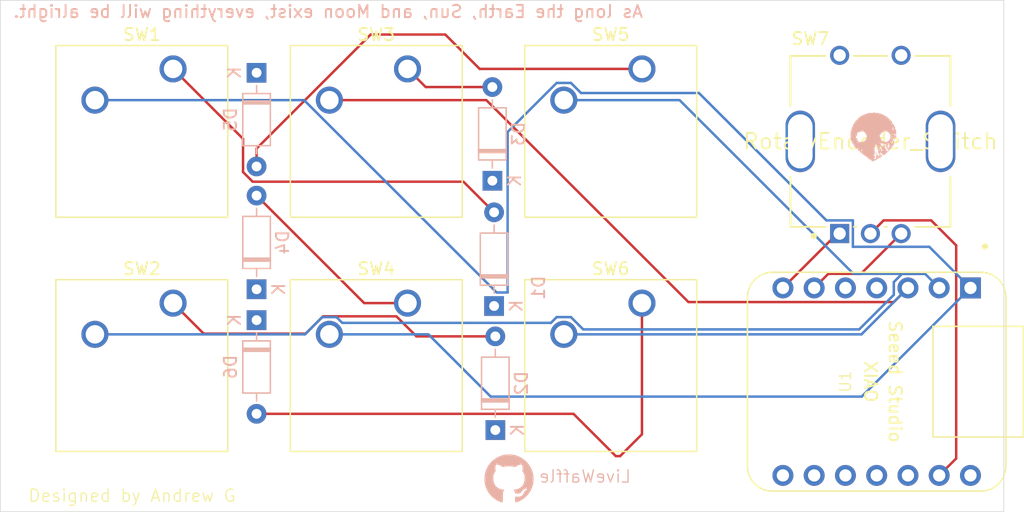
<source format=kicad_pcb>
(kicad_pcb (version 20240108) (generator "pcbnew") (generator_version "8.0")
  (layers (0 "F.Cu" signal) (31 "B.Cu" signal) (34 "B.Paste" user) (35 "F.Paste" user) (36 "B.SilkS" user "B.Silkscreen") (37 "F.SilkS" user "F.Silkscreen") (38 "B.Mask" user) (39 "F.Mask" user) (44 "Edge.Cuts" user))
  (net 0 "")
  (net 1 "Row 1")
  (net 2 "Net-(D1-A)")
  (net 3 "Net-(D2-A)")
  (net 4 "Net-(D3-A)")
  (net 5 "Net-(D4-A)")
  (net 6 "Row 2")
  (net 7 "Net-(D5-A)")
  (net 8 "Net-(D6-A)")
  (net 9 "Column 1")
  (net 10 "Column 2")
  (net 11 "Column 3")
  (net 12 "Net-(SW7-PadC)")
  (net 13 "Net-(U1-PA9_A5_D5_SCL)")
  (net 14 "Net-(U1-PB08_A6_D6_TX)")
  (footprint "Button_Switch_Keyboard:SW_Cherry_MX_1.00u_PCB" (layer "F.Cu") (at 133.23 65.58)
    (property "Reference" "SW1" (at -2.54 -2.794 0) (layer "F.SilkS"))
    (property "Value" "SW_Push")
    (pad "" np_thru_hole circle (at -7.62 5.08) (size 1.7 1.7) (drill 1.7) (layers "*.Cu" "*.Mask"))
    (pad "" np_thru_hole circle (at -2.54 5.08) (size 4 4) (drill 4) (layers "*.Cu" "*.Mask"))
    (pad "" np_thru_hole circle (at 2.54 5.08) (size 1.7 1.7) (drill 1.7) (layers "*.Cu" "*.Mask"))
    (pad "1" thru_hole circle (at 0 0) (size 2.2 2.2) (drill 1.5) (layers "*.Cu" "*.Mask") (net 2 "Net-(D1-A)"))
    (pad "2" thru_hole circle (at -6.35 2.54) (size 2.2 2.2) (drill 1.5) (layers "*.Cu" "*.Mask") (net 9 "Column 1"))
  )
  (footprint "Button_Switch_Keyboard:SW_Cherry_MX_1.00u_PCB" (layer "F.Cu") (at 171.33 84.63)
    (property "Reference" "SW6" (at -2.54 -2.794 0) (layer "F.SilkS"))
    (property "Value" "SW_Push")
    (pad "" np_thru_hole circle (at -7.62 5.08) (size 1.7 1.7) (drill 1.7) (layers "*.Cu" "*.Mask"))
    (pad "" np_thru_hole circle (at -2.54 5.08) (size 4 4) (drill 4) (layers "*.Cu" "*.Mask"))
    (pad "" np_thru_hole circle (at 2.54 5.08) (size 1.7 1.7) (drill 1.7) (layers "*.Cu" "*.Mask"))
    (pad "1" thru_hole circle (at 0 0) (size 2.2 2.2) (drill 1.5) (layers "*.Cu" "*.Mask") (net 8 "Net-(D6-A)"))
    (pad "2" thru_hole circle (at -6.35 2.54) (size 2.2 2.2) (drill 1.5) (layers "*.Cu" "*.Mask") (net 11 "Column 3"))
  )
  (footprint "Button_Switch_Keyboard:SW_Cherry_MX_1.00u_PCB" (layer "F.Cu") (at 152.28 65.58)
    (property "Reference" "SW3" (at -2.54 -2.794 0) (layer "F.SilkS"))
    (property "Value" "SW_Push")
    (pad "" np_thru_hole circle (at -7.62 5.08) (size 1.7 1.7) (drill 1.7) (layers "*.Cu" "*.Mask"))
    (pad "" np_thru_hole circle (at -2.54 5.08) (size 4 4) (drill 4) (layers "*.Cu" "*.Mask"))
    (pad "" np_thru_hole circle (at 2.54 5.08) (size 1.7 1.7) (drill 1.7) (layers "*.Cu" "*.Mask"))
    (pad "1" thru_hole circle (at 0 0) (size 2.2 2.2) (drill 1.5) (layers "*.Cu" "*.Mask") (net 4 "Net-(D3-A)"))
    (pad "2" thru_hole circle (at -6.35 2.54) (size 2.2 2.2) (drill 1.5) (layers "*.Cu" "*.Mask") (net 11 "Column 3"))
  )
  (footprint "Seeed Studio XIAO Series Library:XIAO-Generic-Thruhole-14P-2.54-21X17.8MM" (layer "F.Cu") (at 190.405 91.02 -90)
    (property "Reference" "U1" (at 0 2.54 90) (layer "F.SilkS") (effects (font (size 0.889 0.889) (thickness 0.1016))))
    (property "Value" "Seeed Studio XIAO SAMD21" (hide yes))
    (fp_text user "XIAO" (at 0 0.5 -90) (layer "F.SilkS"))
    (fp_text user "Seeed Studio" (at 0 -1.5 -90) (layer "F.SilkS"))
    (pad "1" thru_hole rect (at -7.625 -7.62 270) (size 1.7 1.7) (drill 1) (layers "*.Cu" "*.Mask") (net 9 "Column 1"))
    (pad "2" thru_hole circle (at -7.625 -5.08 270) (size 1.7 1.7) (drill 1) (layers "*.Cu" "*.Mask") (net 10 "Column 2"))
    (pad "3" thru_hole circle (at -7.625 -2.54 270) (size 1.7 1.7) (drill 1) (layers "*.Cu" "*.Mask") (net 11 "Column 3"))
    (pad "4" thru_hole circle (at -7.625 0 270) (size 1.7 1.7) (drill 1) (layers "*.Cu" "*.Mask") (net 1 "Row 1"))
    (pad "5" thru_hole circle (at -7.625 2.54 270) (size 1.7 1.7) (drill 1) (layers "*.Cu" "*.Mask") (net 6 "Row 2"))
    (pad "6" thru_hole circle (at -7.625 5.08 90) (size 1.7 1.7) (drill 1) (layers "*.Cu" "*.Mask") (net 13 "Net-(U1-PA9_A5_D5_SCL)"))
    (pad "7" thru_hole circle (at -7.625 7.62 270) (size 1.7 1.7) (drill 1) (layers "*.Cu" "*.Mask") (net 14 "Net-(U1-PB08_A6_D6_TX)"))
    (pad "8" thru_hole circle (at 7.625 7.62 270) (size 1.7 1.7) (drill 1) (layers "*.Cu" "*.Mask"))
    (pad "9" thru_hole circle (at 7.625 5.08 270) (size 1.7 1.7) (drill 1) (layers "*.Cu" "*.Mask"))
    (pad "10" thru_hole circle (at 7.625 2.54 270) (size 1.7 1.7) (drill 1) (layers "*.Cu" "*.Mask"))
    (pad "11" thru_hole circle (at 7.625 0 270) (size 1.7 1.7) (drill 1) (layers "*.Cu" "*.Mask"))
    (pad "12" thru_hole circle (at 7.625 -2.54 270) (size 1.7 1.7) (drill 1) (layers "*.Cu" "*.Mask"))
    (pad "13" thru_hole circle (at 7.625 -5.08 270) (size 1.7 1.7) (drill 1) (layers "*.Cu" "*.Mask") (net 12 "Net-(SW7-PadC)"))
    (pad "14" thru_hole circle (at 7.625 -7.62 270) (size 1.7 1.7) (drill 1) (layers "*.Cu" "*.Mask"))
  )
  (footprint "Button_Switch_Keyboard:SW_Cherry_MX_1.00u_PCB" (layer "F.Cu") (at 133.23 84.63)
    (property "Reference" "SW2" (at -2.54 -2.794 0) (layer "F.SilkS"))
    (property "Value" "SW_Push")
    (pad "" np_thru_hole circle (at -7.62 5.08) (size 1.7 1.7) (drill 1.7) (layers "*.Cu" "*.Mask"))
    (pad "" np_thru_hole circle (at -2.54 5.08) (size 4 4) (drill 4) (layers "*.Cu" "*.Mask"))
    (pad "" np_thru_hole circle (at 2.54 5.08) (size 1.7 1.7) (drill 1.7) (layers "*.Cu" "*.Mask"))
    (pad "1" thru_hole circle (at 0 0) (size 2.2 2.2) (drill 1.5) (layers "*.Cu" "*.Mask") (net 3 "Net-(D2-A)"))
    (pad "2" thru_hole circle (at -6.35 2.54) (size 2.2 2.2) (drill 1.5) (layers "*.Cu" "*.Mask") (net 10 "Column 2"))
  )
  (footprint "Rotary_Encoder:Bourns-PEC11R-4220F-S0024-0-0-0" (layer "F.Cu") (at 189.895 71.475)
    (property "Reference" "SW7" (at -6.5 -8.35 0) (layer "F.SilkS") (effects (justify left)))
    (property "Value" "RotaryEncoder_Switch" (at 0 0 0) (layer "F.SilkS") (effects (font (size 1.27 1.27))))
    (pad "1" thru_hole circle (at -2.5 -7) (size 1.55 1.55) (drill 1) (layers "*.Cu" "*.Mask"))
    (pad "2" thru_hole circle (at 2.5 -7) (size 1.55 1.55) (drill 1) (layers "*.Cu" "*.Mask"))
    (pad "3" thru_hole roundrect (at -5.7 0) (size 2.4 5) (drill oval 2 4.4) (layers "*.Cu" "*.Mask") (roundrect_rratio 0.5))
    (pad "4" thru_hole roundrect (at 5.7 0) (size 2.4 5) (drill oval 2 4.4) (layers "*.Cu" "*.Mask") (roundrect_rratio 0.5))
    (pad "A" thru_hole rect (at -2.5 7.5) (size 1.55 1.55) (drill 1) (layers "*.Cu" "*.Mask") (net 14 "Net-(U1-PB08_A6_D6_TX)"))
    (pad "B" thru_hole circle (at 2.5 7.5) (size 1.55 1.55) (drill 1) (layers "*.Cu" "*.Mask") (net 13 "Net-(U1-PA9_A5_D5_SCL)"))
    (pad "C" thru_hole circle (at 0 7.5) (size 1.55 1.55) (drill 1) (layers "*.Cu" "*.Mask") (net 12 "Net-(SW7-PadC)"))
  )
  (footprint "Button_Switch_Keyboard:SW_Cherry_MX_1.00u_PCB" (layer "F.Cu") (at 171.33 65.58)
    (property "Reference" "SW5" (at -2.54 -2.794 0) (layer "F.SilkS"))
    (property "Value" "SW_Push")
    (pad "" np_thru_hole circle (at -7.62 5.08) (size 1.7 1.7) (drill 1.7) (layers "*.Cu" "*.Mask"))
    (pad "" np_thru_hole circle (at -2.54 5.08) (size 4 4) (drill 4) (layers "*.Cu" "*.Mask"))
    (pad "" np_thru_hole circle (at 2.54 5.08) (size 1.7 1.7) (drill 1.7) (layers "*.Cu" "*.Mask"))
    (pad "1" thru_hole circle (at 0 0) (size 2.2 2.2) (drill 1.5) (layers "*.Cu" "*.Mask") (net 7 "Net-(D5-A)"))
    (pad "2" thru_hole circle (at -6.35 2.54) (size 2.2 2.2) (drill 1.5) (layers "*.Cu" "*.Mask") (net 10 "Column 2"))
  )
  (footprint "Button_Switch_Keyboard:SW_Cherry_MX_1.00u_PCB" (layer "F.Cu") (at 152.28 84.63)
    (property "Reference" "SW4" (at -2.54 -2.794 0) (layer "F.SilkS"))
    (property "Value" "SW_Push")
    (pad "" np_thru_hole circle (at -7.62 5.08) (size 1.7 1.7) (drill 1.7) (layers "*.Cu" "*.Mask"))
    (pad "" np_thru_hole circle (at -2.54 5.08) (size 4 4) (drill 4) (layers "*.Cu" "*.Mask"))
    (pad "" np_thru_hole circle (at 2.54 5.08) (size 1.7 1.7) (drill 1.7) (layers "*.Cu" "*.Mask"))
    (pad "1" thru_hole circle (at 0 0) (size 2.2 2.2) (drill 1.5) (layers "*.Cu" "*.Mask") (net 5 "Net-(D4-A)"))
    (pad "2" thru_hole circle (at -6.35 2.54) (size 2.2 2.2) (drill 1.5) (layers "*.Cu" "*.Mask") (net 9 "Column 1"))
  )
  (footprint "Diode_THT:D_DO-35_SOD27_P7.62mm_Horizontal" (layer "B.Cu") (at 159.175 74.675 90)
    (property "Reference" "D3" (at 3.81 2.12 90) (layer "B.SilkS") (effects (justify mirror)))
    (property "Value" "1N4148")
    (fp_text user "K" (at 0 1.8 90) (layer "B.SilkS") (effects (justify mirror)))
    (pad "1" thru_hole rect (at 0 0 90) (size 1.6 1.6) (drill 0.8) (layers "*.Cu" "*.Mask") (net 1 "Row 1"))
    (pad "2" thru_hole oval (at 7.62 0 90) (size 1.6 1.6) (drill 0.8) (layers "*.Cu" "*.Mask") (net 4 "Net-(D3-A)"))
  )
  (footprint "DecalFoot:GithubSmall" (layer "B.Cu") (at 160.525 98.885 180)
    (property "Reference" "G***" (hide yes))
    (property "Value" "LOGO" (hide yes))
  )
  (footprint "Diode_THT:D_DO-35_SOD27_P7.62mm_Horizontal" (layer "B.Cu") (at 159.415 94.955 90)
    (property "Reference" "D2" (at 3.81 2.12 90) (layer "B.SilkS") (effects (justify mirror)))
    (property "Value" "1N4148")
    (fp_text user "K" (at 0 1.8 90) (layer "B.SilkS") (effects (justify mirror)))
    (pad "1" thru_hole rect (at 0 0 90) (size 1.6 1.6) (drill 0.8) (layers "*.Cu" "*.Mask") (net 1 "Row 1"))
    (pad "2" thru_hole oval (at 7.62 0 90) (size 1.6 1.6) (drill 0.8) (layers "*.Cu" "*.Mask") (net 3 "Net-(D2-A)"))
  )
  (footprint "hp:Sachh" (layer "B.Cu") (at 190.165 71.135 180)
    (property "Reference" "G***" (hide yes))
    (property "Value" "LOGO" (hide yes))
  )
  (footprint "Diode_THT:D_DO-35_SOD27_P7.62mm_Horizontal" (layer "B.Cu") (at 140.015 86.015 -90)
    (property "Reference" "D6" (at 3.81 2.12 90) (layer "B.SilkS") (effects (justify mirror)))
    (property "Value" "1N4148")
    (fp_text user "K" (at 0 1.8 90) (layer "B.SilkS") (effects (justify mirror)))
    (pad "1" thru_hole rect (at 0 0 270) (size 1.6 1.6) (drill 0.8) (layers "*.Cu" "*.Mask") (net 6 "Row 2"))
    (pad "2" thru_hole oval (at 7.62 0 270) (size 1.6 1.6) (drill 0.8) (layers "*.Cu" "*.Mask") (net 8 "Net-(D6-A)"))
  )
  (footprint "Diode_THT:D_DO-35_SOD27_P7.62mm_Horizontal" (layer "B.Cu") (at 159.315 84.865 90)
    (property "Reference" "D1" (at 1.485 3.61 90) (layer "B.SilkS") (effects (justify mirror)))
    (property "Value" "1N4148")
    (fp_text user "K" (at 0 1.8 90) (layer "B.SilkS") (effects (justify mirror)))
    (pad "1" thru_hole rect (at 0 0 90) (size 1.6 1.6) (drill 0.8) (layers "*.Cu" "*.Mask") (net 1 "Row 1"))
    (pad "2" thru_hole oval (at 7.62 0 90) (size 1.6 1.6) (drill 0.8) (layers "*.Cu" "*.Mask") (net 2 "Net-(D1-A)"))
  )
  (footprint "Diode_THT:D_DO-35_SOD27_P7.62mm_Horizontal" (layer "B.Cu") (at 140.015 83.505 90)
    (property "Reference" "D4" (at 3.81 2.12 90) (layer "B.SilkS") (effects (justify mirror)))
    (property "Value" "1N4148")
    (fp_text user "K" (at 0 1.8 90) (layer "B.SilkS") (effects (justify mirror)))
    (pad "1" thru_hole rect (at 0 0 90) (size 1.6 1.6) (drill 0.8) (layers "*.Cu" "*.Mask") (net 6 "Row 2"))
    (pad "2" thru_hole oval (at 7.62 0 90) (size 1.6 1.6) (drill 0.8) (layers "*.Cu" "*.Mask") (net 5 "Net-(D4-A)"))
  )
  (footprint "Diode_THT:D_DO-35_SOD27_P7.62mm_Horizontal" (layer "B.Cu") (at 140.015 65.895 -90)
    (property "Reference" "D5" (at 3.81 2.12 90) (layer "B.SilkS") (effects (justify mirror)))
    (property "Value" "1N4148")
    (fp_text user "K" (at 0 1.8 90) (layer "B.SilkS") (effects (justify mirror)))
    (pad "1" thru_hole rect (at 0 0 270) (size 1.6 1.6) (drill 0.8) (layers "*.Cu" "*.Mask") (net 6 "Row 2"))
    (pad "2" thru_hole oval (at 7.62 0 270) (size 1.6 1.6) (drill 0.8) (layers "*.Cu" "*.Mask") (net 7 "Net-(D5-A)"))
  )
  (gr_rect (start 119.19 60) (end 200.735 101.585) (stroke (width 0.05)) (fill none) (layer "Edge.Cuts"))
  (gr_text "LiveWaffle" (at 170.505 99.315 0) (layer "B.SilkS") (effects (font (size 1 1) (thickness 0.1)) (justify left bottom mirror)))
  (gr_text "As long the Earth, Sun, and Moon exist, everything will be alright." (at 171.5 61.5 -0) (layer "B.SilkS") (effects (font (size 1 1)) (justify left bottom mirror)))
  (gr_text "Designed by Andrew G" (at 121.405 100.875 0) (layer "F.SilkS") (effects (font (size 1 1) (thickness 0.1)) (justify left bottom)))
  (segment (start 139.699365 74.755) (end 156.825 74.755) (width 0.2) (layer "F.Cu") (net 2))
  (segment (start 138.915 73.970635) (end 139.699365 74.755) (width 0.2) (layer "F.Cu") (net 2))
  (segment (start 156.825 74.755) (end 159.315 77.245) (width 0.2) (layer "F.Cu") (net 2))
  (segment (start 133.23 65.58) (end 138.915 71.265) (width 0.2) (layer "F.Cu") (net 2))
  (segment (start 138.915 71.265) (end 138.915 73.970635) (width 0.2) (layer "F.Cu") (net 2))
  (segment (start 151.375051 85.70495) (end 153.005101 87.335) (width 0.2) (layer "F.Cu") (net 3))
  (segment (start 133.23 84.63) (end 135.715 87.115) (width 0.2) (layer "F.Cu") (net 3))
  (segment (start 144.005101 87.115) (end 145.415151 85.70495) (width 0.2) (layer "F.Cu") (net 3))
  (segment (start 145.415151 85.70495) (end 151.375051 85.70495) (width 0.2) (layer "F.Cu") (net 3))
  (segment (start 153.005101 87.335) (end 159.415 87.335) (width 0.2) (layer "F.Cu") (net 3))
  (segment (start 135.715 87.115) (end 144.005101 87.115) (width 0.2) (layer "F.Cu") (net 3))
  (segment (start 153.755 67.055) (end 159.175 67.055) (width 0.2) (layer "F.Cu") (net 4))
  (segment (start 152.28 65.58) (end 153.755 67.055) (width 0.2) (layer "F.Cu") (net 4))
  (segment (start 148.76 84.63) (end 140.015 75.885) (width 0.2) (layer "F.Cu") (net 5))
  (segment (start 152.28 84.63) (end 148.76 84.63) (width 0.2) (layer "F.Cu") (net 5))
  (segment (start 171.33 65.58) (end 158.143402 65.58) (width 0.2) (layer "F.Cu") (net 7))
  (segment (start 140.015 72.055101) (end 140.015 73.515) (width 0.2) (layer "F.Cu") (net 7))
  (segment (start 155.348402 62.785) (end 149.285101 62.785) (width 0.2) (layer "F.Cu") (net 7))
  (segment (start 158.143402 65.58) (end 155.348402 62.785) (width 0.2) (layer "F.Cu") (net 7))
  (segment (start 149.285101 62.785) (end 140.015 72.055101) (width 0.2) (layer "F.Cu") (net 7))
  (segment (start 171.33 95.3) (end 169.555 97.075) (width 0.2) (layer "F.Cu") (net 8))
  (segment (start 169.555 97.075) (end 169.205 97.075) (width 0.2) (layer "F.Cu") (net 8))
  (segment (start 169.205 97.075) (end 165.765 93.635) (width 0.2) (layer "F.Cu") (net 8))
  (segment (start 171.33 84.63) (end 171.33 95.3) (width 0.2) (layer "F.Cu") (net 8))
  (segment (start 165.765 93.635) (end 140.015 93.635) (width 0.2) (layer "F.Cu") (net 8))
  (segment (start 159.042056 92.235) (end 189.185 92.235) (width 0.2) (layer "B.Cu") (net 9))
  (segment (start 189.185 92.235) (end 198.025 83.395) (width 0.2) (layer "B.Cu") (net 9))
  (segment (start 186.32 77.9) (end 188.47 77.9) (width 0.2) (layer "B.Cu") (net 9))
  (segment (start 153.977056 87.17) (end 159.042056 92.235) (width 0.2) (layer "B.Cu") (net 9))
  (segment (start 143.876598 68.12) (end 159.521598 83.765) (width 0.2) (layer "B.Cu") (net 9))
  (segment (start 160.415 83.765) (end 160.415 70.705101) (width 0.2) (layer "B.Cu") (net 9))
  (segment (start 188.47 80.05) (end 194.68 80.05) (width 0.2) (layer "B.Cu") (net 9))
  (segment (start 188.47 77.9) (end 188.47 80.05) (width 0.2) (layer "B.Cu") (net 9))
  (segment (start 194.68 80.05) (end 198.025 83.395) (width 0.2) (layer "B.Cu") (net 9))
  (segment (start 159.521598 83.765) (end 160.415 83.765) (width 0.2) (layer "B.Cu") (net 9))
  (segment (start 165.559899 66.72) (end 166.38 67.540101) (width 0.2) (layer "B.Cu") (net 9))
  (segment (start 164.400101 66.72) (end 165.559899 66.72) (width 0.2) (layer "B.Cu") (net 9))
  (segment (start 145.93 87.17) (end 153.977056 87.17) (width 0.2) (layer "B.Cu") (net 9))
  (segment (start 126.88 68.12) (end 143.876598 68.12) (width 0.2) (layer "B.Cu") (net 9))
  (segment (start 166.38 67.540101) (end 175.960101 67.540101) (width 0.2) (layer "B.Cu") (net 9))
  (segment (start 175.960101 67.540101) (end 186.32 77.9) (width 0.2) (layer "B.Cu") (net 9))
  (segment (start 160.415 70.705101) (end 164.400101 66.72) (width 0.2) (layer "B.Cu") (net 9))
  (segment (start 188.98 86.77) (end 191.795 83.955) (width 0.2) (layer "B.Cu") (net 10))
  (segment (start 192.468654 82.245) (end 194.335 82.245) (width 0.2) (layer "B.Cu") (net 10))
  (segment (start 164.400101 85.77) (end 165.559899 85.77) (width 0.2) (layer "B.Cu") (net 10))
  (segment (start 164.98 68.12) (end 174.39 68.12) (width 0.2) (layer "B.Cu") (net 10))
  (segment (start 188.515 82.245) (end 194.335 82.245) (width 0.2) (layer "B.Cu") (net 10))
  (segment (start 174.39 68.12) (end 188.515 82.245) (width 0.2) (layer "B.Cu") (net 10))
  (segment (start 165.559899 85.77) (end 166.559899 86.77) (width 0.2) (layer "B.Cu") (net 10))
  (segment (start 194.335 82.245) (end 195.485 83.395) (width 0.2) (layer "B.Cu") (net 10))
  (segment (start 145.350101 85.77) (end 146.509899 85.77) (width 0.2) (layer "B.Cu") (net 10))
  (segment (start 143.950101 87.17) (end 145.350101 85.77) (width 0.2) (layer "B.Cu") (net 10))
  (segment (start 146.509899 85.77) (end 146.974899 86.235) (width 0.2) (layer "B.Cu") (net 10))
  (segment (start 191.795 82.918654) (end 192.468654 82.245) (width 0.2) (layer "B.Cu") (net 10))
  (segment (start 126.88 87.17) (end 143.950101 87.17) (width 0.2) (layer "B.Cu") (net 10))
  (segment (start 146.974899 86.235) (end 163.935101 86.235) (width 0.2) (layer "B.Cu") (net 10))
  (segment (start 191.795 83.955) (end 191.795 82.918654) (width 0.2) (layer "B.Cu") (net 10))
  (segment (start 163.935101 86.235) (end 164.400101 85.77) (width 0.2) (layer "B.Cu") (net 10))
  (segment (start 166.559899 86.77) (end 188.98 86.77) (width 0.2) (layer "B.Cu") (net 10))
  (segment (start 145.93 68.12) (end 158.684365 68.12) (width 0.2) (layer "F.Cu") (net 11))
  (segment (start 175.109365 84.545) (end 191.795 84.545) (width 0.2) (layer "F.Cu") (net 11))
  (segment (start 191.795 84.545) (end 192.945 83.395) (width 0.2) (layer "F.Cu") (net 11))
  (segment (start 158.684365 68.12) (end 175.109365 84.545) (width 0.2) (layer "F.Cu") (net 11))
  (segment (start 189.17 87.17) (end 192.945 83.395) (width 0.2) (layer "B.Cu") (net 11))
  (segment (start 164.98 87.17) (end 189.17 87.17) (width 0.2) (layer "B.Cu") (net 11))
  (segment (start 189.895 78.975) (end 190.97 77.9) (width 0.2) (layer "F.Cu") (net 12))
  (segment (start 194.83 77.9) (end 196.865 79.935) (width 0.2) (layer "F.Cu") (net 12))
  (segment (start 196.865 79.935) (end 196.865 97.265) (width 0.2) (layer "F.Cu") (net 12))
  (segment (start 190.97 77.9) (end 194.83 77.9) (width 0.2) (layer "F.Cu") (net 12))
  (segment (start 196.865 97.265) (end 195.485 98.645) (width 0.2) (layer "F.Cu") (net 12))
  (segment (start 189.125 82.245) (end 186.475 82.245) (width 0.2) (layer "F.Cu") (net 13))
  (segment (start 186.475 82.245) (end 185.325 83.395) (width 0.2) (layer "F.Cu") (net 13))
  (segment (start 192.395 78.975) (end 189.125 82.245) (width 0.2) (layer "F.Cu") (net 13))
  (segment (start 187.205 78.975) (end 182.785 83.395) (width 0.2) (layer "F.Cu") (net 14))
  (segment (start 187.395 78.975) (end 187.205 78.975) (width 0.2) (layer "F.Cu") (net 14))
)
</source>
